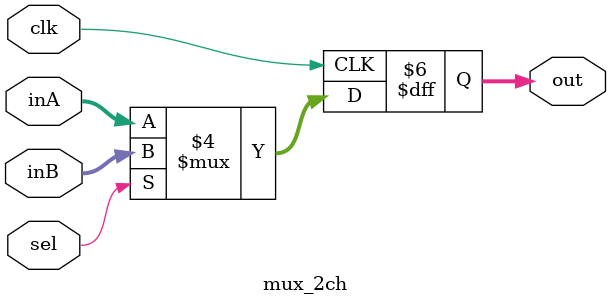
<source format=v>
module mux_2ch (
    clk, inA, inB, sel, out
);
    parameter WIDTH = 16;

    input [WIDTH - 1 : 0] inA, inB;
    input clk, sel;
    output reg [WIDTH - 1 : 0] out;

    initial
        out <= 0;

    always @(posedge clk) begin
        if (sel) begin
            out <= inB;
        end
        else begin
            out <= inA;
        end
    end

endmodule
</source>
